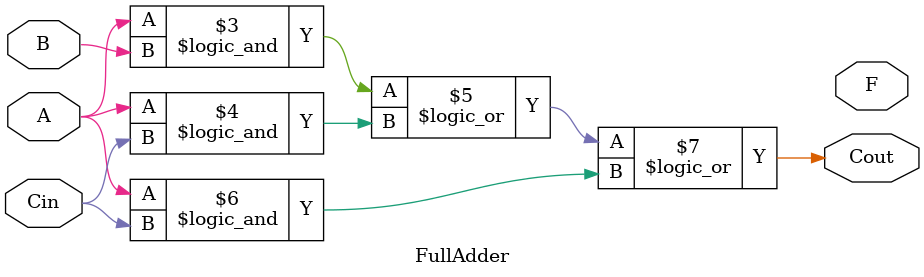
<source format=v>
module FullAdder(A, B, Cin, Cout, F);
input A, B, Cin;
output Cout, F;

assign #10 Sum = A ^ B ^ Cin;
assign #10 Cout = (A && B) || (A && Cin) || (A && Cin);

endmodule


</source>
